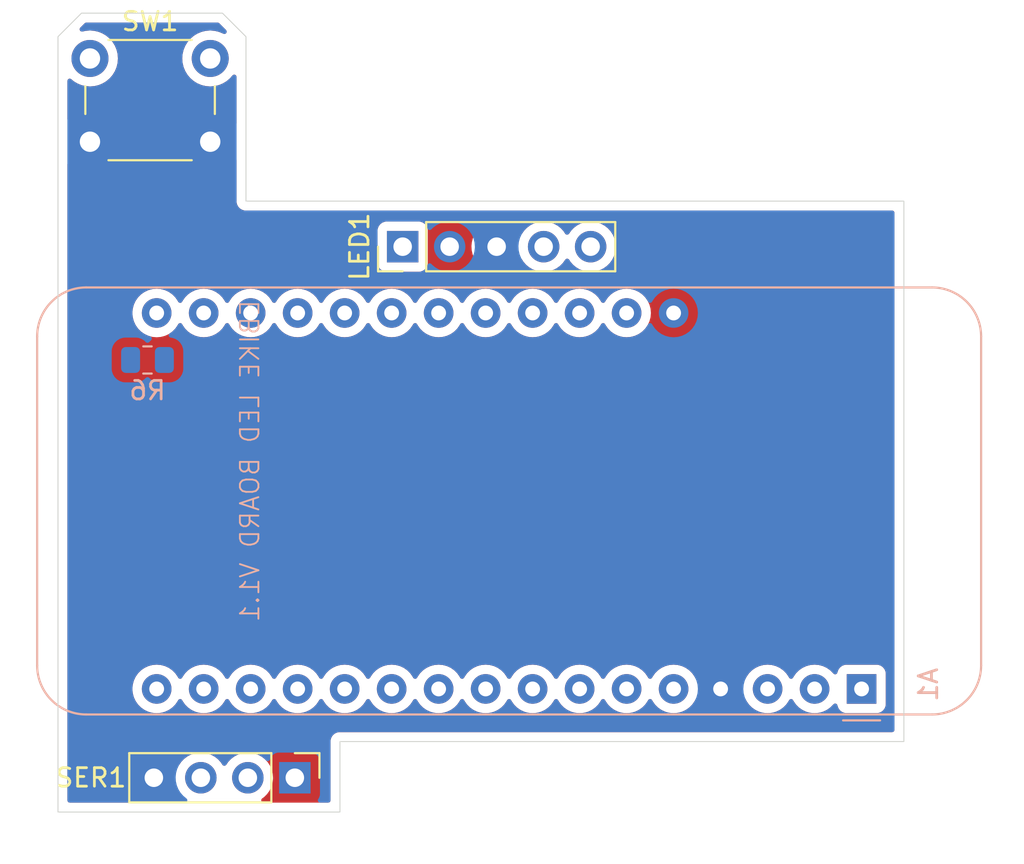
<source format=kicad_pcb>
(kicad_pcb (version 20211014) (generator pcbnew)
  (layers (0 "F.Cu" signal) (31 "B.Cu" signal) (34 "B.Paste" user) (35 "F.Paste" user) (36 "B.SilkS" user "B.Silkscreen") (37 "F.SilkS" user "F.Silkscreen") (38 "B.Mask" user) (39 "F.Mask" user) (44 "Edge.Cuts" user))
  (net 0 "")
  (net 1 "GND")
  (net 2 "+3.3v")
  (net 3 "PB1_IN")
  (net 15 "RX")
  (net 16 "SCL")
  (net 17 "SDA")
  (net 18 "Vcc")
  (net 19 "TX")
  (footprint "Connector_PinHeader_2.54mm:PinHeader_1x04_P2.54mm_Vertical" (layer "F.Cu") (at 59.7916 66.7258 -90)
    (fp_text reference "SER1" (at 0 11.0236 180) (layer "F.SilkS"))
    (fp_text value "Conn_01x04")
    (fp_line (start -1.33 8.95) (end 1.33 8.95) (layer "F.SilkS") (width 0.12))
    (fp_line (start 1.33 1.27) (end 1.33 8.95) (layer "F.SilkS") (width 0.12))
    (fp_line (start -1.33 0) (end -1.33 -1.33) (layer "F.SilkS") (width 0.12))
    (fp_line (start -1.33 1.27) (end -1.33 8.95) (layer "F.SilkS") (width 0.12))
    (fp_line (start -1.33 1.27) (end 1.33 1.27) (layer "F.SilkS") (width 0.12))
    (fp_line (start -1.33 -1.33) (end 0 -1.33) (layer "F.SilkS") (width 0.12))
    (pad "1" thru_hole rect locked (at 0 0 270) (size 1.7 1.7) (drill 1) (layers *.Cu *.Mask) (net 18 "Vcc"))
    (pad "2" thru_hole oval locked (at 0 2.54 270) (size 1.7 1.7) (drill 1) (layers *.Cu *.Mask) (net 15 "RX"))
    (pad "3" thru_hole oval locked (at 0 5.08 270) (size 1.7 1.7) (drill 1) (layers *.Cu *.Mask) (net 19 "TX"))
    (pad "4" thru_hole oval locked (at 0 7.62 270) (size 1.7 1.7) (drill 1) (layers *.Cu *.Mask) (net 1 "GND"))
  )
  (footprint "Connector_PinHeader_2.54mm:PinHeader_1x05_P2.54mm_Vertical" (layer "F.Cu") (at 65.619321 38.0212 90)
    (fp_text reference "LED1" (at 0 -2.33 90) (layer "F.SilkS"))
    (fp_text value "Conn_01x05")
    (fp_line (start -1.33 0) (end -1.33 -1.33) (layer "F.SilkS") (width 0.12))
    (fp_line (start -1.33 -1.33) (end 0 -1.33) (layer "F.SilkS") (width 0.12))
    (fp_line (start 1.33 1.27) (end 1.33 11.49) (layer "F.SilkS") (width 0.12))
    (fp_line (start -1.33 1.27) (end 1.33 1.27) (layer "F.SilkS") (width 0.12))
    (fp_line (start -1.33 1.27) (end -1.33 11.49) (layer "F.SilkS") (width 0.12))
    (fp_line (start -1.33 11.49) (end 1.33 11.49) (layer "F.SilkS") (width 0.12))
    (pad "1" thru_hole rect locked (at 0 0 90) (size 1.7 1.7) (drill 1) (layers *.Cu *.Mask) (net 2 "+3.3v"))
    (pad "2" thru_hole oval locked (at 0 2.54 90) (size 1.7 1.7) (drill 1) (layers *.Cu *.Mask) (net 18 "Vcc"))
    (pad "3" thru_hole oval locked (at 0 5.08 90) (size 1.7 1.7) (drill 1) (layers *.Cu *.Mask) (net 1 "GND"))
    (pad "4" thru_hole oval locked (at 0 7.62 90) (size 1.7 1.7) (drill 1) (layers *.Cu *.Mask) (net 17 "SDA"))
    (pad "5" thru_hole oval locked (at 0 10.16 90) (size 1.7 1.7) (drill 1) (layers *.Cu *.Mask) (net 16 "SCL"))
  )
  (footprint "Button_Switch_THT:SW_PUSH_6mm_H8mm" (layer "F.Cu") (at 48.7184 27.849)
    (fp_text reference "SW1" (at 3.25 -2) (layer "F.SilkS"))
    (fp_text value "SW_Push")
    (fp_line (start -0.25 1.5) (end -0.25 3) (layer "F.SilkS") (width 0.12))
    (fp_line (start 5.5 -1) (end 1 -1) (layer "F.SilkS") (width 0.12))
    (fp_line (start 1 5.5) (end 5.5 5.5) (layer "F.SilkS") (width 0.12))
    (fp_line (start 6.75 3) (end 6.75 1.5) (layer "F.SilkS") (width 0.12))
    (pad "1" thru_hole circle (at 6.5 0 90) (size 2 2) (drill 1.1) (layers *.Cu *.Mask) (net 3 "PB1_IN"))
    (pad "1" thru_hole circle (at 0 0 90) (size 2 2) (drill 1.1) (layers *.Cu *.Mask) (net 3 "PB1_IN"))
    (pad "2" thru_hole circle (at 0 4.5 90) (size 2 2) (drill 1.1) (layers *.Cu *.Mask) (net 1 "GND"))
    (pad "2" thru_hole circle (at 6.5 4.5 90) (size 2 2) (drill 1.1) (layers *.Cu *.Mask) (net 1 "GND"))
  )
  (footprint "Resistor_SMD:R_0805_2012Metric" (layer "B.Cu") (at 51.827121 44.1452)
    (fp_text reference "R6" (at 0 1.65 180) (layer "B.SilkS") (effects (justify mirror)))
    (fp_text value "10k")
    (fp_line (start -0.227064 0.735) (end 0.227064 0.735) (layer "B.SilkS") (width 0.12))
    (fp_line (start -0.227064 -0.735) (end 0.227064 -0.735) (layer "B.SilkS") (width 0.12))
    (pad "1" smd roundrect locked (at -0.9125 0) (size 1.025 1.4) (layers "B.Cu" "B.Paste" "B.Mask") (roundrect_rratio 0.243902) (net 2 "+3.3v"))
    (pad "2" smd roundrect locked (at 0.9125 0) (size 1.025 1.4) (layers "B.Cu" "B.Paste" "B.Mask") (roundrect_rratio 0.243902) (net 3 "PB1_IN"))
  )
  (footprint "Module:Adafruit_Feather" (layer "B.Cu") (at 90.424 61.9252 90)
    (fp_text reference "A1" (at 0.2286 3.6068 90) (layer "B.SilkS") (effects (justify mirror)))
    (fp_text value "Adafruit_Feather_HUZZAH32_ESP32")
    (fp_line (start 19.05 -44.56) (end 1.27 -44.56) (layer "B.SilkS") (width 0.12))
    (fp_line (start -1.38 3.81) (end -1.38 -41.91) (layer "B.SilkS") (width 0.12))
    (fp_line (start 21.7 3.81) (end 21.7 -41.91) (layer "B.SilkS") (width 0.12))
    (fp_line (start 19.05 6.46) (end 1.27 6.46) (layer "B.SilkS") (width 0.12))
    (fp_line (start -1.7 -1) (end -1.7 1) (layer "B.SilkS") (width 0.12))
    (fp_arc (start 21.7 3.81) (mid 20.923833 5.683833) (end 19.05 6.46) (layer "B.SilkS") (width 0.12))
    (fp_arc (start 1.27 6.46) (mid -0.603833 5.683833) (end -1.38 3.81) (layer "B.SilkS") (width 0.12))
    (fp_arc (start 19.05 -44.56) (mid 20.923833 -43.783833) (end 21.7 -41.91) (layer "B.SilkS") (width 0.12))
    (fp_arc (start -1.38 -41.91) (mid -0.603833 -43.783833) (end 1.27 -44.56) (layer "B.SilkS") (width 0.12))
    (pad "1" thru_hole rect (at 0 0 270) (size 1.6 1.6) (drill 0.8) (layers *.Cu *.Mask))
    (pad "2" thru_hole circle (at 0 -2.54 270) (size 1.6 1.6) (drill 0.8) (layers *.Cu *.Mask) (net 2 "+3.3v"))
    (pad "3" thru_hole circle (at 0 -5.08 270) (size 1.6 1.6) (drill 0.8) (layers *.Cu *.Mask))
    (pad "4" thru_hole circle (at 0 -7.62 270) (size 1.6 1.6) (drill 0.8) (layers *.Cu *.Mask) (net 1 "GND"))
    (pad "5" thru_hole circle (at 0 -10.16 270) (size 1.6 1.6) (drill 0.8) (layers *.Cu *.Mask))
    (pad "6" thru_hole circle (at 0 -12.7 270) (size 1.6 1.6) (drill 0.8) (layers *.Cu *.Mask))
    (pad "7" thru_hole circle (at 0 -15.24 270) (size 1.6 1.6) (drill 0.8) (layers *.Cu *.Mask))
    (pad "8" thru_hole circle (at 0 -17.78 270) (size 1.6 1.6) (drill 0.8) (layers *.Cu *.Mask))
    (pad "9" thru_hole circle (at 0 -20.32 270) (size 1.6 1.6) (drill 0.8) (layers *.Cu *.Mask))
    (pad "10" thru_hole circle (at 0 -22.86 270) (size 1.6 1.6) (drill 0.8) (layers *.Cu *.Mask))
    (pad "11" thru_hole circle (at 0 -25.4 270) (size 1.6 1.6) (drill 0.8) (layers *.Cu *.Mask))
    (pad "12" thru_hole circle (at 0 -27.94 270) (size 1.6 1.6) (drill 0.8) (layers *.Cu *.Mask))
    (pad "13" thru_hole circle (at 0 -30.48 270) (size 1.6 1.6) (drill 0.8) (layers *.Cu *.Mask))
    (pad "14" thru_hole circle (at 0 -33.02 270) (size 1.6 1.6) (drill 0.8) (layers *.Cu *.Mask) (net 15 "RX"))
    (pad "15" thru_hole circle (at 0 -35.56 270) (size 1.6 1.6) (drill 0.8) (layers *.Cu *.Mask) (net 19 "TX"))
    (pad "16" thru_hole circle (at 0 -38.1 270) (size 1.6 1.6) (drill 0.8) (layers *.Cu *.Mask))
    (pad "17" thru_hole circle (at 20.32 -38.1 270) (size 1.6 1.6) (drill 0.8) (layers *.Cu *.Mask) (net 17 "SDA"))
    (pad "18" thru_hole circle (at 20.32 -35.56 270) (size 1.6 1.6) (drill 0.8) (layers *.Cu *.Mask) (net 16 "SCL"))
    (pad "19" thru_hole circle (at 20.32 -33.02 270) (size 1.6 1.6) (drill 0.8) (layers *.Cu *.Mask))
    (pad "20" thru_hole circle (at 20.32 -30.48 270) (size 1.6 1.6) (drill 0.8) (layers *.Cu *.Mask))
    (pad "21" thru_hole circle (at 20.32 -27.94 270) (size 1.6 1.6) (drill 0.8) (layers *.Cu *.Mask))
    (pad "22" thru_hole circle (at 20.32 -25.4 270) (size 1.6 1.6) (drill 0.8) (layers *.Cu *.Mask))
    (pad "23" thru_hole circle (at 20.32 -22.86 270) (size 1.6 1.6) (drill 0.8) (layers *.Cu *.Mask))
    (pad "24" thru_hole circle (at 20.32 -20.32 270) (size 1.6 1.6) (drill 0.8) (layers *.Cu *.Mask) (net 3 "PB1_IN"))
    (pad "25" thru_hole circle (at 20.32 -17.78 270) (size 1.6 1.6) (drill 0.8) (layers *.Cu *.Mask))
    (pad "26" thru_hole circle (at 20.32 -15.24 270) (size 1.6 1.6) (drill 0.8) (layers *.Cu *.Mask))
    (pad "27" thru_hole circle (at 20.32 -12.7 270) (size 1.6 1.6) (drill 0.8) (layers *.Cu *.Mask))
    (pad "28" thru_hole circle (at 20.32 -10.16 270) (size 1.6 1.6) (drill 0.8) (layers *.Cu *.Mask) (net 18 "Vcc"))
  )
  (gr_poly (pts (xy 57.15 26.67) (xy 57.15 35.56) (xy 92.71 35.56) (xy 92.71 64.77) (xy 62.23 64.77) (xy 62.23 68.58) (xy 46.99 68.58) (xy 46.99 26.67) (xy 48.26 25.4) (xy 55.88 25.4)) (layer "Edge.Cuts") (width 0.05) (fill none))
  (gr_text "EBIKE LED BOARD V1.1\n" (at 57.364321 49.6062 90) (layer "B.SilkS") (effects (font (size 1 1) (thickness 0.1)) (justify mirror)))
  (segment (start 57.125201 66.852199) (end 57.2516 66.7258) (width 0.25) (layer "F.Cu") (net 15))
  (segment (start 54.875199 66.889399) (end 54.7116 66.7258) (width 0.25) (layer "F.Cu") (net 19))
  (zone (net 18) (net_name "Vcc") (layer "F.Cu") (connect_pads yes (clearance 0.508)) (min_thickness 0.254) (fill yes (thermal_gap 0.508) (thermal_bridge_width 0.508))
    (polygon (pts (xy 98.213024 69.154497) (xy 45.304824 69.408497) (xy 45.2628 24.6888) (xy 98.171 24.6888)))
  )
  (zone (net 1) (net_name "GND") (layer "B.Cu") (connect_pads yes (clearance 0.508)) (min_thickness 0.254) (fill yes (thermal_gap 0.508) (thermal_bridge_width 0.508))
    (polygon (pts (xy 99.203924 69.733596) (xy 44.873324 69.987596) (xy 44.831 25.2476) (xy 99.1616 25.2476)))
  )
)
</source>
